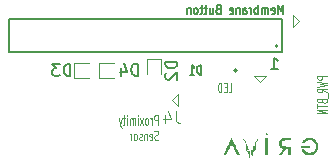
<source format=gbr>
%TF.GenerationSoftware,KiCad,Pcbnew,9.0.4-9.0.4-0~ubuntu22.04.1*%
%TF.CreationDate,2025-10-27T10:58:52+05:30*%
%TF.ProjectId,Pin_Socket,50696e5f-536f-4636-9b65-742e6b696361,rev?*%
%TF.SameCoordinates,Original*%
%TF.FileFunction,Legend,Bot*%
%TF.FilePolarity,Positive*%
%FSLAX46Y46*%
G04 Gerber Fmt 4.6, Leading zero omitted, Abs format (unit mm)*
G04 Created by KiCad (PCBNEW 9.0.4-9.0.4-0~ubuntu22.04.1) date 2025-10-27 10:58:52*
%MOMM*%
%LPD*%
G01*
G04 APERTURE LIST*
%ADD10C,0.150000*%
%ADD11C,0.125000*%
%ADD12C,0.100000*%
%ADD13C,0.120000*%
%ADD14C,0.000000*%
%ADD15C,0.200000*%
G04 APERTURE END LIST*
D10*
X159909411Y-69924019D02*
X160480839Y-69924019D01*
X160195125Y-69924019D02*
X160195125Y-68924019D01*
X160195125Y-68924019D02*
X160290363Y-69066876D01*
X160290363Y-69066876D02*
X160385601Y-69162114D01*
X160385601Y-69162114D02*
X160480839Y-69209733D01*
D11*
X150298716Y-74607640D02*
X150298716Y-73807640D01*
X150298716Y-73807640D02*
X150108240Y-73807640D01*
X150108240Y-73807640D02*
X150060621Y-73845735D01*
X150060621Y-73845735D02*
X150036811Y-73883830D01*
X150036811Y-73883830D02*
X150013002Y-73960021D01*
X150013002Y-73960021D02*
X150013002Y-74074306D01*
X150013002Y-74074306D02*
X150036811Y-74150497D01*
X150036811Y-74150497D02*
X150060621Y-74188592D01*
X150060621Y-74188592D02*
X150108240Y-74226687D01*
X150108240Y-74226687D02*
X150298716Y-74226687D01*
X149798716Y-74607640D02*
X149798716Y-74074306D01*
X149798716Y-74226687D02*
X149774906Y-74150497D01*
X149774906Y-74150497D02*
X149751097Y-74112402D01*
X149751097Y-74112402D02*
X149703478Y-74074306D01*
X149703478Y-74074306D02*
X149655859Y-74074306D01*
X149417763Y-74607640D02*
X149465382Y-74569545D01*
X149465382Y-74569545D02*
X149489192Y-74531449D01*
X149489192Y-74531449D02*
X149513001Y-74455259D01*
X149513001Y-74455259D02*
X149513001Y-74226687D01*
X149513001Y-74226687D02*
X149489192Y-74150497D01*
X149489192Y-74150497D02*
X149465382Y-74112402D01*
X149465382Y-74112402D02*
X149417763Y-74074306D01*
X149417763Y-74074306D02*
X149346335Y-74074306D01*
X149346335Y-74074306D02*
X149298716Y-74112402D01*
X149298716Y-74112402D02*
X149274906Y-74150497D01*
X149274906Y-74150497D02*
X149251097Y-74226687D01*
X149251097Y-74226687D02*
X149251097Y-74455259D01*
X149251097Y-74455259D02*
X149274906Y-74531449D01*
X149274906Y-74531449D02*
X149298716Y-74569545D01*
X149298716Y-74569545D02*
X149346335Y-74607640D01*
X149346335Y-74607640D02*
X149417763Y-74607640D01*
X149084430Y-74607640D02*
X148822525Y-74074306D01*
X149084430Y-74074306D02*
X148822525Y-74607640D01*
X148632049Y-74607640D02*
X148632049Y-74074306D01*
X148632049Y-73807640D02*
X148655858Y-73845735D01*
X148655858Y-73845735D02*
X148632049Y-73883830D01*
X148632049Y-73883830D02*
X148608239Y-73845735D01*
X148608239Y-73845735D02*
X148632049Y-73807640D01*
X148632049Y-73807640D02*
X148632049Y-73883830D01*
X148393954Y-74607640D02*
X148393954Y-74074306D01*
X148393954Y-74150497D02*
X148370144Y-74112402D01*
X148370144Y-74112402D02*
X148322525Y-74074306D01*
X148322525Y-74074306D02*
X148251097Y-74074306D01*
X148251097Y-74074306D02*
X148203478Y-74112402D01*
X148203478Y-74112402D02*
X148179668Y-74188592D01*
X148179668Y-74188592D02*
X148179668Y-74607640D01*
X148179668Y-74188592D02*
X148155859Y-74112402D01*
X148155859Y-74112402D02*
X148108240Y-74074306D01*
X148108240Y-74074306D02*
X148036811Y-74074306D01*
X148036811Y-74074306D02*
X147989192Y-74112402D01*
X147989192Y-74112402D02*
X147965382Y-74188592D01*
X147965382Y-74188592D02*
X147965382Y-74607640D01*
X147727287Y-74607640D02*
X147727287Y-74074306D01*
X147727287Y-73807640D02*
X147751096Y-73845735D01*
X147751096Y-73845735D02*
X147727287Y-73883830D01*
X147727287Y-73883830D02*
X147703477Y-73845735D01*
X147703477Y-73845735D02*
X147727287Y-73807640D01*
X147727287Y-73807640D02*
X147727287Y-73883830D01*
X147560620Y-74074306D02*
X147370144Y-74074306D01*
X147489192Y-73807640D02*
X147489192Y-74493354D01*
X147489192Y-74493354D02*
X147465382Y-74569545D01*
X147465382Y-74569545D02*
X147417763Y-74607640D01*
X147417763Y-74607640D02*
X147370144Y-74607640D01*
X147251097Y-74074306D02*
X147132049Y-74607640D01*
X147013002Y-74074306D02*
X147132049Y-74607640D01*
X147132049Y-74607640D02*
X147179668Y-74798116D01*
X147179668Y-74798116D02*
X147203478Y-74836211D01*
X147203478Y-74836211D02*
X147251097Y-74874306D01*
X150322525Y-75857500D02*
X150251097Y-75895595D01*
X150251097Y-75895595D02*
X150132049Y-75895595D01*
X150132049Y-75895595D02*
X150084430Y-75857500D01*
X150084430Y-75857500D02*
X150060621Y-75819404D01*
X150060621Y-75819404D02*
X150036811Y-75743214D01*
X150036811Y-75743214D02*
X150036811Y-75667023D01*
X150036811Y-75667023D02*
X150060621Y-75590833D01*
X150060621Y-75590833D02*
X150084430Y-75552738D01*
X150084430Y-75552738D02*
X150132049Y-75514642D01*
X150132049Y-75514642D02*
X150227287Y-75476547D01*
X150227287Y-75476547D02*
X150274906Y-75438452D01*
X150274906Y-75438452D02*
X150298716Y-75400357D01*
X150298716Y-75400357D02*
X150322525Y-75324166D01*
X150322525Y-75324166D02*
X150322525Y-75247976D01*
X150322525Y-75247976D02*
X150298716Y-75171785D01*
X150298716Y-75171785D02*
X150274906Y-75133690D01*
X150274906Y-75133690D02*
X150227287Y-75095595D01*
X150227287Y-75095595D02*
X150108240Y-75095595D01*
X150108240Y-75095595D02*
X150036811Y-75133690D01*
X149632050Y-75857500D02*
X149679669Y-75895595D01*
X149679669Y-75895595D02*
X149774907Y-75895595D01*
X149774907Y-75895595D02*
X149822526Y-75857500D01*
X149822526Y-75857500D02*
X149846335Y-75781309D01*
X149846335Y-75781309D02*
X149846335Y-75476547D01*
X149846335Y-75476547D02*
X149822526Y-75400357D01*
X149822526Y-75400357D02*
X149774907Y-75362261D01*
X149774907Y-75362261D02*
X149679669Y-75362261D01*
X149679669Y-75362261D02*
X149632050Y-75400357D01*
X149632050Y-75400357D02*
X149608240Y-75476547D01*
X149608240Y-75476547D02*
X149608240Y-75552738D01*
X149608240Y-75552738D02*
X149846335Y-75628928D01*
X149393955Y-75362261D02*
X149393955Y-75895595D01*
X149393955Y-75438452D02*
X149370145Y-75400357D01*
X149370145Y-75400357D02*
X149322526Y-75362261D01*
X149322526Y-75362261D02*
X149251098Y-75362261D01*
X149251098Y-75362261D02*
X149203479Y-75400357D01*
X149203479Y-75400357D02*
X149179669Y-75476547D01*
X149179669Y-75476547D02*
X149179669Y-75895595D01*
X148965383Y-75857500D02*
X148917764Y-75895595D01*
X148917764Y-75895595D02*
X148822526Y-75895595D01*
X148822526Y-75895595D02*
X148774907Y-75857500D01*
X148774907Y-75857500D02*
X148751098Y-75781309D01*
X148751098Y-75781309D02*
X148751098Y-75743214D01*
X148751098Y-75743214D02*
X148774907Y-75667023D01*
X148774907Y-75667023D02*
X148822526Y-75628928D01*
X148822526Y-75628928D02*
X148893955Y-75628928D01*
X148893955Y-75628928D02*
X148941574Y-75590833D01*
X148941574Y-75590833D02*
X148965383Y-75514642D01*
X148965383Y-75514642D02*
X148965383Y-75476547D01*
X148965383Y-75476547D02*
X148941574Y-75400357D01*
X148941574Y-75400357D02*
X148893955Y-75362261D01*
X148893955Y-75362261D02*
X148822526Y-75362261D01*
X148822526Y-75362261D02*
X148774907Y-75400357D01*
X148465383Y-75895595D02*
X148513002Y-75857500D01*
X148513002Y-75857500D02*
X148536812Y-75819404D01*
X148536812Y-75819404D02*
X148560621Y-75743214D01*
X148560621Y-75743214D02*
X148560621Y-75514642D01*
X148560621Y-75514642D02*
X148536812Y-75438452D01*
X148536812Y-75438452D02*
X148513002Y-75400357D01*
X148513002Y-75400357D02*
X148465383Y-75362261D01*
X148465383Y-75362261D02*
X148393955Y-75362261D01*
X148393955Y-75362261D02*
X148346336Y-75400357D01*
X148346336Y-75400357D02*
X148322526Y-75438452D01*
X148322526Y-75438452D02*
X148298717Y-75514642D01*
X148298717Y-75514642D02*
X148298717Y-75743214D01*
X148298717Y-75743214D02*
X148322526Y-75819404D01*
X148322526Y-75819404D02*
X148346336Y-75857500D01*
X148346336Y-75857500D02*
X148393955Y-75895595D01*
X148393955Y-75895595D02*
X148465383Y-75895595D01*
X148084431Y-75895595D02*
X148084431Y-75362261D01*
X148084431Y-75514642D02*
X148060621Y-75438452D01*
X148060621Y-75438452D02*
X148036812Y-75400357D01*
X148036812Y-75400357D02*
X147989193Y-75362261D01*
X147989193Y-75362261D02*
X147941574Y-75362261D01*
D10*
X151954819Y-69261905D02*
X150954819Y-69261905D01*
X150954819Y-69261905D02*
X150954819Y-69500000D01*
X150954819Y-69500000D02*
X151002438Y-69642857D01*
X151002438Y-69642857D02*
X151097676Y-69738095D01*
X151097676Y-69738095D02*
X151192914Y-69785714D01*
X151192914Y-69785714D02*
X151383390Y-69833333D01*
X151383390Y-69833333D02*
X151526247Y-69833333D01*
X151526247Y-69833333D02*
X151716723Y-69785714D01*
X151716723Y-69785714D02*
X151811961Y-69738095D01*
X151811961Y-69738095D02*
X151907200Y-69642857D01*
X151907200Y-69642857D02*
X151954819Y-69500000D01*
X151954819Y-69500000D02*
X151954819Y-69261905D01*
X151050057Y-70214286D02*
X151002438Y-70261905D01*
X151002438Y-70261905D02*
X150954819Y-70357143D01*
X150954819Y-70357143D02*
X150954819Y-70595238D01*
X150954819Y-70595238D02*
X151002438Y-70690476D01*
X151002438Y-70690476D02*
X151050057Y-70738095D01*
X151050057Y-70738095D02*
X151145295Y-70785714D01*
X151145295Y-70785714D02*
X151240533Y-70785714D01*
X151240533Y-70785714D02*
X151383390Y-70738095D01*
X151383390Y-70738095D02*
X151954819Y-70166667D01*
X151954819Y-70166667D02*
X151954819Y-70785714D01*
X142909385Y-70460581D02*
X142909385Y-69460581D01*
X142909385Y-69460581D02*
X142671290Y-69460581D01*
X142671290Y-69460581D02*
X142528433Y-69508200D01*
X142528433Y-69508200D02*
X142433195Y-69603438D01*
X142433195Y-69603438D02*
X142385576Y-69698676D01*
X142385576Y-69698676D02*
X142337957Y-69889152D01*
X142337957Y-69889152D02*
X142337957Y-70032009D01*
X142337957Y-70032009D02*
X142385576Y-70222485D01*
X142385576Y-70222485D02*
X142433195Y-70317723D01*
X142433195Y-70317723D02*
X142528433Y-70412962D01*
X142528433Y-70412962D02*
X142671290Y-70460581D01*
X142671290Y-70460581D02*
X142909385Y-70460581D01*
X142004623Y-69460581D02*
X141385576Y-69460581D01*
X141385576Y-69460581D02*
X141718909Y-69841533D01*
X141718909Y-69841533D02*
X141576052Y-69841533D01*
X141576052Y-69841533D02*
X141480814Y-69889152D01*
X141480814Y-69889152D02*
X141433195Y-69936771D01*
X141433195Y-69936771D02*
X141385576Y-70032009D01*
X141385576Y-70032009D02*
X141385576Y-70270104D01*
X141385576Y-70270104D02*
X141433195Y-70365342D01*
X141433195Y-70365342D02*
X141480814Y-70412962D01*
X141480814Y-70412962D02*
X141576052Y-70460581D01*
X141576052Y-70460581D02*
X141861766Y-70460581D01*
X141861766Y-70460581D02*
X141957004Y-70412962D01*
X141957004Y-70412962D02*
X142004623Y-70365342D01*
X160933255Y-65233464D02*
X160933255Y-64433464D01*
X160933255Y-64433464D02*
X160719921Y-65004892D01*
X160719921Y-65004892D02*
X160506588Y-64433464D01*
X160506588Y-64433464D02*
X160506588Y-65233464D01*
X159958016Y-65195369D02*
X160018968Y-65233464D01*
X160018968Y-65233464D02*
X160140873Y-65233464D01*
X160140873Y-65233464D02*
X160201826Y-65195369D01*
X160201826Y-65195369D02*
X160232302Y-65119178D01*
X160232302Y-65119178D02*
X160232302Y-64814416D01*
X160232302Y-64814416D02*
X160201826Y-64738226D01*
X160201826Y-64738226D02*
X160140873Y-64700130D01*
X160140873Y-64700130D02*
X160018968Y-64700130D01*
X160018968Y-64700130D02*
X159958016Y-64738226D01*
X159958016Y-64738226D02*
X159927540Y-64814416D01*
X159927540Y-64814416D02*
X159927540Y-64890607D01*
X159927540Y-64890607D02*
X160232302Y-64966797D01*
X159653255Y-65233464D02*
X159653255Y-64700130D01*
X159653255Y-64776321D02*
X159622778Y-64738226D01*
X159622778Y-64738226D02*
X159561826Y-64700130D01*
X159561826Y-64700130D02*
X159470397Y-64700130D01*
X159470397Y-64700130D02*
X159409445Y-64738226D01*
X159409445Y-64738226D02*
X159378969Y-64814416D01*
X159378969Y-64814416D02*
X159378969Y-65233464D01*
X159378969Y-64814416D02*
X159348493Y-64738226D01*
X159348493Y-64738226D02*
X159287540Y-64700130D01*
X159287540Y-64700130D02*
X159196112Y-64700130D01*
X159196112Y-64700130D02*
X159135159Y-64738226D01*
X159135159Y-64738226D02*
X159104683Y-64814416D01*
X159104683Y-64814416D02*
X159104683Y-65233464D01*
X158799922Y-65233464D02*
X158799922Y-64433464D01*
X158799922Y-64738226D02*
X158738969Y-64700130D01*
X158738969Y-64700130D02*
X158617064Y-64700130D01*
X158617064Y-64700130D02*
X158556112Y-64738226D01*
X158556112Y-64738226D02*
X158525636Y-64776321D01*
X158525636Y-64776321D02*
X158495160Y-64852511D01*
X158495160Y-64852511D02*
X158495160Y-65081083D01*
X158495160Y-65081083D02*
X158525636Y-65157273D01*
X158525636Y-65157273D02*
X158556112Y-65195369D01*
X158556112Y-65195369D02*
X158617064Y-65233464D01*
X158617064Y-65233464D02*
X158738969Y-65233464D01*
X158738969Y-65233464D02*
X158799922Y-65195369D01*
X158220874Y-65233464D02*
X158220874Y-64700130D01*
X158220874Y-64852511D02*
X158190397Y-64776321D01*
X158190397Y-64776321D02*
X158159921Y-64738226D01*
X158159921Y-64738226D02*
X158098969Y-64700130D01*
X158098969Y-64700130D02*
X158038016Y-64700130D01*
X157550398Y-65233464D02*
X157550398Y-64814416D01*
X157550398Y-64814416D02*
X157580874Y-64738226D01*
X157580874Y-64738226D02*
X157641826Y-64700130D01*
X157641826Y-64700130D02*
X157763731Y-64700130D01*
X157763731Y-64700130D02*
X157824684Y-64738226D01*
X157550398Y-65195369D02*
X157611350Y-65233464D01*
X157611350Y-65233464D02*
X157763731Y-65233464D01*
X157763731Y-65233464D02*
X157824684Y-65195369D01*
X157824684Y-65195369D02*
X157855160Y-65119178D01*
X157855160Y-65119178D02*
X157855160Y-65042988D01*
X157855160Y-65042988D02*
X157824684Y-64966797D01*
X157824684Y-64966797D02*
X157763731Y-64928702D01*
X157763731Y-64928702D02*
X157611350Y-64928702D01*
X157611350Y-64928702D02*
X157550398Y-64890607D01*
X157245636Y-64700130D02*
X157245636Y-65233464D01*
X157245636Y-64776321D02*
X157215159Y-64738226D01*
X157215159Y-64738226D02*
X157154207Y-64700130D01*
X157154207Y-64700130D02*
X157062778Y-64700130D01*
X157062778Y-64700130D02*
X157001826Y-64738226D01*
X157001826Y-64738226D02*
X156971350Y-64814416D01*
X156971350Y-64814416D02*
X156971350Y-65233464D01*
X156422778Y-65195369D02*
X156483730Y-65233464D01*
X156483730Y-65233464D02*
X156605635Y-65233464D01*
X156605635Y-65233464D02*
X156666588Y-65195369D01*
X156666588Y-65195369D02*
X156697064Y-65119178D01*
X156697064Y-65119178D02*
X156697064Y-64814416D01*
X156697064Y-64814416D02*
X156666588Y-64738226D01*
X156666588Y-64738226D02*
X156605635Y-64700130D01*
X156605635Y-64700130D02*
X156483730Y-64700130D01*
X156483730Y-64700130D02*
X156422778Y-64738226D01*
X156422778Y-64738226D02*
X156392302Y-64814416D01*
X156392302Y-64814416D02*
X156392302Y-64890607D01*
X156392302Y-64890607D02*
X156697064Y-64966797D01*
X155417064Y-64814416D02*
X155325636Y-64852511D01*
X155325636Y-64852511D02*
X155295159Y-64890607D01*
X155295159Y-64890607D02*
X155264683Y-64966797D01*
X155264683Y-64966797D02*
X155264683Y-65081083D01*
X155264683Y-65081083D02*
X155295159Y-65157273D01*
X155295159Y-65157273D02*
X155325636Y-65195369D01*
X155325636Y-65195369D02*
X155386588Y-65233464D01*
X155386588Y-65233464D02*
X155630398Y-65233464D01*
X155630398Y-65233464D02*
X155630398Y-64433464D01*
X155630398Y-64433464D02*
X155417064Y-64433464D01*
X155417064Y-64433464D02*
X155356112Y-64471559D01*
X155356112Y-64471559D02*
X155325636Y-64509654D01*
X155325636Y-64509654D02*
X155295159Y-64585845D01*
X155295159Y-64585845D02*
X155295159Y-64662035D01*
X155295159Y-64662035D02*
X155325636Y-64738226D01*
X155325636Y-64738226D02*
X155356112Y-64776321D01*
X155356112Y-64776321D02*
X155417064Y-64814416D01*
X155417064Y-64814416D02*
X155630398Y-64814416D01*
X154716112Y-64700130D02*
X154716112Y-65233464D01*
X154990398Y-64700130D02*
X154990398Y-65119178D01*
X154990398Y-65119178D02*
X154959921Y-65195369D01*
X154959921Y-65195369D02*
X154898969Y-65233464D01*
X154898969Y-65233464D02*
X154807540Y-65233464D01*
X154807540Y-65233464D02*
X154746588Y-65195369D01*
X154746588Y-65195369D02*
X154716112Y-65157273D01*
X154502778Y-64700130D02*
X154258969Y-64700130D01*
X154411350Y-64433464D02*
X154411350Y-65119178D01*
X154411350Y-65119178D02*
X154380873Y-65195369D01*
X154380873Y-65195369D02*
X154319921Y-65233464D01*
X154319921Y-65233464D02*
X154258969Y-65233464D01*
X154137064Y-64700130D02*
X153893255Y-64700130D01*
X154045636Y-64433464D02*
X154045636Y-65119178D01*
X154045636Y-65119178D02*
X154015159Y-65195369D01*
X154015159Y-65195369D02*
X153954207Y-65233464D01*
X153954207Y-65233464D02*
X153893255Y-65233464D01*
X153588493Y-65233464D02*
X153649445Y-65195369D01*
X153649445Y-65195369D02*
X153679922Y-65157273D01*
X153679922Y-65157273D02*
X153710398Y-65081083D01*
X153710398Y-65081083D02*
X153710398Y-64852511D01*
X153710398Y-64852511D02*
X153679922Y-64776321D01*
X153679922Y-64776321D02*
X153649445Y-64738226D01*
X153649445Y-64738226D02*
X153588493Y-64700130D01*
X153588493Y-64700130D02*
X153497064Y-64700130D01*
X153497064Y-64700130D02*
X153436112Y-64738226D01*
X153436112Y-64738226D02*
X153405636Y-64776321D01*
X153405636Y-64776321D02*
X153375160Y-64852511D01*
X153375160Y-64852511D02*
X153375160Y-65081083D01*
X153375160Y-65081083D02*
X153405636Y-65157273D01*
X153405636Y-65157273D02*
X153436112Y-65195369D01*
X153436112Y-65195369D02*
X153497064Y-65233464D01*
X153497064Y-65233464D02*
X153588493Y-65233464D01*
X153100874Y-64700130D02*
X153100874Y-65233464D01*
X153100874Y-64776321D02*
X153070397Y-64738226D01*
X153070397Y-64738226D02*
X153009445Y-64700130D01*
X153009445Y-64700130D02*
X152918016Y-64700130D01*
X152918016Y-64700130D02*
X152857064Y-64738226D01*
X152857064Y-64738226D02*
X152826588Y-64814416D01*
X152826588Y-64814416D02*
X152826588Y-65233464D01*
X154015681Y-70355195D02*
X154015681Y-69555195D01*
X154015681Y-69555195D02*
X153863300Y-69555195D01*
X153863300Y-69555195D02*
X153771871Y-69593290D01*
X153771871Y-69593290D02*
X153710919Y-69669480D01*
X153710919Y-69669480D02*
X153680442Y-69745671D01*
X153680442Y-69745671D02*
X153649966Y-69898052D01*
X153649966Y-69898052D02*
X153649966Y-70012338D01*
X153649966Y-70012338D02*
X153680442Y-70164719D01*
X153680442Y-70164719D02*
X153710919Y-70240909D01*
X153710919Y-70240909D02*
X153771871Y-70317100D01*
X153771871Y-70317100D02*
X153863300Y-70355195D01*
X153863300Y-70355195D02*
X154015681Y-70355195D01*
X153040442Y-70355195D02*
X153406157Y-70355195D01*
X153223300Y-70355195D02*
X153223300Y-69555195D01*
X153223300Y-69555195D02*
X153284252Y-69669480D01*
X153284252Y-69669480D02*
X153345204Y-69745671D01*
X153345204Y-69745671D02*
X153406157Y-69783766D01*
D11*
X164633645Y-70494653D02*
X163833645Y-70494653D01*
X163833645Y-70494653D02*
X163833645Y-70685129D01*
X163833645Y-70685129D02*
X163871740Y-70732748D01*
X163871740Y-70732748D02*
X163909835Y-70756558D01*
X163909835Y-70756558D02*
X163986026Y-70780367D01*
X163986026Y-70780367D02*
X164100311Y-70780367D01*
X164100311Y-70780367D02*
X164176502Y-70756558D01*
X164176502Y-70756558D02*
X164214597Y-70732748D01*
X164214597Y-70732748D02*
X164252692Y-70685129D01*
X164252692Y-70685129D02*
X164252692Y-70494653D01*
X163833645Y-70947034D02*
X164633645Y-71066082D01*
X164633645Y-71066082D02*
X164062216Y-71161320D01*
X164062216Y-71161320D02*
X164633645Y-71256558D01*
X164633645Y-71256558D02*
X163833645Y-71375606D01*
X164633645Y-71851796D02*
X164252692Y-71685130D01*
X164633645Y-71566082D02*
X163833645Y-71566082D01*
X163833645Y-71566082D02*
X163833645Y-71756558D01*
X163833645Y-71756558D02*
X163871740Y-71804177D01*
X163871740Y-71804177D02*
X163909835Y-71827987D01*
X163909835Y-71827987D02*
X163986026Y-71851796D01*
X163986026Y-71851796D02*
X164100311Y-71851796D01*
X164100311Y-71851796D02*
X164176502Y-71827987D01*
X164176502Y-71827987D02*
X164214597Y-71804177D01*
X164214597Y-71804177D02*
X164252692Y-71756558D01*
X164252692Y-71756558D02*
X164252692Y-71566082D01*
X164709835Y-71947035D02*
X164709835Y-72327987D01*
X164214597Y-72613701D02*
X164252692Y-72685129D01*
X164252692Y-72685129D02*
X164290788Y-72708939D01*
X164290788Y-72708939D02*
X164366978Y-72732748D01*
X164366978Y-72732748D02*
X164481264Y-72732748D01*
X164481264Y-72732748D02*
X164557454Y-72708939D01*
X164557454Y-72708939D02*
X164595550Y-72685129D01*
X164595550Y-72685129D02*
X164633645Y-72637510D01*
X164633645Y-72637510D02*
X164633645Y-72447034D01*
X164633645Y-72447034D02*
X163833645Y-72447034D01*
X163833645Y-72447034D02*
X163833645Y-72613701D01*
X163833645Y-72613701D02*
X163871740Y-72661320D01*
X163871740Y-72661320D02*
X163909835Y-72685129D01*
X163909835Y-72685129D02*
X163986026Y-72708939D01*
X163986026Y-72708939D02*
X164062216Y-72708939D01*
X164062216Y-72708939D02*
X164138407Y-72685129D01*
X164138407Y-72685129D02*
X164176502Y-72661320D01*
X164176502Y-72661320D02*
X164214597Y-72613701D01*
X164214597Y-72613701D02*
X164214597Y-72447034D01*
X163833645Y-72875606D02*
X163833645Y-73161320D01*
X164633645Y-73018463D02*
X163833645Y-73018463D01*
X164633645Y-73327986D02*
X163833645Y-73327986D01*
X163833645Y-73327986D02*
X164633645Y-73613700D01*
X164633645Y-73613700D02*
X163833645Y-73613700D01*
D10*
X148653448Y-70440863D02*
X148653448Y-69440863D01*
X148653448Y-69440863D02*
X148415353Y-69440863D01*
X148415353Y-69440863D02*
X148272496Y-69488482D01*
X148272496Y-69488482D02*
X148177258Y-69583720D01*
X148177258Y-69583720D02*
X148129639Y-69678958D01*
X148129639Y-69678958D02*
X148082020Y-69869434D01*
X148082020Y-69869434D02*
X148082020Y-70012291D01*
X148082020Y-70012291D02*
X148129639Y-70202767D01*
X148129639Y-70202767D02*
X148177258Y-70298005D01*
X148177258Y-70298005D02*
X148272496Y-70393244D01*
X148272496Y-70393244D02*
X148415353Y-70440863D01*
X148415353Y-70440863D02*
X148653448Y-70440863D01*
X147224877Y-69774196D02*
X147224877Y-70440863D01*
X147462972Y-69393244D02*
X147701067Y-70107529D01*
X147701067Y-70107529D02*
X147082020Y-70107529D01*
D11*
X156321428Y-71863595D02*
X156559523Y-71863595D01*
X156559523Y-71863595D02*
X156559523Y-71063595D01*
X156154761Y-71444547D02*
X155988094Y-71444547D01*
X155916666Y-71863595D02*
X156154761Y-71863595D01*
X156154761Y-71863595D02*
X156154761Y-71063595D01*
X156154761Y-71063595D02*
X155916666Y-71063595D01*
X155702380Y-71863595D02*
X155702380Y-71063595D01*
X155702380Y-71063595D02*
X155583332Y-71063595D01*
X155583332Y-71063595D02*
X155511904Y-71101690D01*
X155511904Y-71101690D02*
X155464285Y-71177880D01*
X155464285Y-71177880D02*
X155440475Y-71254071D01*
X155440475Y-71254071D02*
X155416666Y-71406452D01*
X155416666Y-71406452D02*
X155416666Y-71520738D01*
X155416666Y-71520738D02*
X155440475Y-71673119D01*
X155440475Y-71673119D02*
X155464285Y-71749309D01*
X155464285Y-71749309D02*
X155511904Y-71825500D01*
X155511904Y-71825500D02*
X155583332Y-71863595D01*
X155583332Y-71863595D02*
X155702380Y-71863595D01*
D12*
X151833333Y-73457419D02*
X151833333Y-74171704D01*
X151833333Y-74171704D02*
X151880952Y-74314561D01*
X151880952Y-74314561D02*
X151976190Y-74409800D01*
X151976190Y-74409800D02*
X152119047Y-74457419D01*
X152119047Y-74457419D02*
X152214285Y-74457419D01*
X150928571Y-73790752D02*
X150928571Y-74457419D01*
X151166666Y-73409800D02*
X151404761Y-74124085D01*
X151404761Y-74124085D02*
X150785714Y-74124085D01*
D13*
%TO.C,D2*%
X149390000Y-69040000D02*
X149390000Y-70350000D01*
X149390000Y-69040000D02*
X150610000Y-69040000D01*
X150610000Y-69040000D02*
X150610000Y-70350000D01*
%TO.C,D3*%
X143190000Y-69390000D02*
X144500000Y-69390000D01*
X143190000Y-70610000D02*
X143190000Y-69390000D01*
X143190000Y-70610000D02*
X144500000Y-70610000D01*
D14*
%TO.C,G\u002A\u002A\u002A*%
G36*
X159658157Y-76437846D02*
G01*
X159658157Y-77173328D01*
X159544209Y-77173328D01*
X159430261Y-77173328D01*
X159430261Y-76437846D01*
X159430261Y-75702365D01*
X159544209Y-75702365D01*
X159658157Y-75702365D01*
X159658157Y-76437846D01*
G37*
G36*
X159599691Y-75314192D02*
G01*
X159642962Y-75348893D01*
X159658157Y-75412316D01*
X159652440Y-75452303D01*
X159633296Y-75491044D01*
X159619044Y-75501954D01*
X159567767Y-75512795D01*
X159512774Y-75497993D01*
X159468900Y-75463663D01*
X159450979Y-75415916D01*
X159451023Y-75413728D01*
X159470187Y-75365560D01*
X159513204Y-75325477D01*
X159563994Y-75308727D01*
X159599691Y-75314192D01*
G37*
G36*
X163238534Y-76455563D02*
G01*
X163239366Y-76467413D01*
X163239661Y-76525650D01*
X163234005Y-76564332D01*
X163227337Y-76572181D01*
X163203961Y-76580784D01*
X163159630Y-76586806D01*
X163089228Y-76590631D01*
X162987637Y-76592644D01*
X162849740Y-76593230D01*
X162476565Y-76593230D01*
X162464193Y-76543939D01*
X162457850Y-76498371D01*
X162458619Y-76435170D01*
X162465416Y-76375693D01*
X162848695Y-76375693D01*
X163231974Y-76375693D01*
X163238534Y-76455563D01*
G37*
G36*
X156573021Y-75699167D02*
G01*
X156590988Y-75730358D01*
X156623144Y-75792036D01*
X156667174Y-75879385D01*
X156720761Y-75987587D01*
X156781587Y-76111825D01*
X156847336Y-76247281D01*
X156915690Y-76389140D01*
X156984334Y-76532582D01*
X157050950Y-76672792D01*
X157113221Y-76804951D01*
X157168831Y-76924244D01*
X157215463Y-77025852D01*
X157250800Y-77104959D01*
X157272525Y-77156747D01*
X157263723Y-77164328D01*
X157223847Y-77169667D01*
X157161788Y-77169244D01*
X157043780Y-77162969D01*
X156813768Y-76657228D01*
X156754674Y-76528378D01*
X156689803Y-76390607D01*
X156639272Y-76288484D01*
X156602288Y-76220480D01*
X156578054Y-76185067D01*
X156565777Y-76180719D01*
X156556576Y-76198786D01*
X156531715Y-76251226D01*
X156494400Y-76331674D01*
X156447147Y-76434669D01*
X156392468Y-76554751D01*
X156332880Y-76686460D01*
X156117961Y-77162969D01*
X156002741Y-77169182D01*
X155954538Y-77170719D01*
X155906227Y-77169145D01*
X155887521Y-77163886D01*
X155887535Y-77163714D01*
X155896632Y-77140819D01*
X155920977Y-77085621D01*
X155958252Y-77003106D01*
X156006139Y-76898258D01*
X156062319Y-76776060D01*
X156124473Y-76641497D01*
X156190283Y-76499552D01*
X156257430Y-76355211D01*
X156323596Y-76213458D01*
X156386463Y-76079276D01*
X156443712Y-75957649D01*
X156493024Y-75853563D01*
X156532082Y-75772000D01*
X156558566Y-75717946D01*
X156570157Y-75696384D01*
X156573021Y-75699167D01*
G37*
G36*
X161595269Y-75816313D02*
G01*
X161595269Y-75919902D01*
X161274144Y-75930261D01*
X161147082Y-75935711D01*
X161030963Y-75944210D01*
X160949719Y-75954792D01*
X160906618Y-75967131D01*
X160878739Y-75987500D01*
X160829656Y-76054965D01*
X160802847Y-76141491D01*
X160801135Y-76234461D01*
X160827345Y-76321257D01*
X160850204Y-76361763D01*
X160875481Y-76392211D01*
X160909315Y-76413681D01*
X160958280Y-76428094D01*
X161028953Y-76437371D01*
X161127906Y-76443435D01*
X161261716Y-76448205D01*
X161595269Y-76458564D01*
X161600938Y-76815946D01*
X161606607Y-77173328D01*
X161492170Y-77173328D01*
X161377733Y-77173328D01*
X161377733Y-76924714D01*
X161377733Y-76676101D01*
X161265423Y-76676101D01*
X161153113Y-76676101D01*
X160982848Y-76916113D01*
X160960894Y-76946846D01*
X160899659Y-77030279D01*
X160846933Y-77098874D01*
X160807739Y-77146219D01*
X160787101Y-77165903D01*
X160772090Y-77168851D01*
X160721949Y-77171187D01*
X160656162Y-77169325D01*
X160550706Y-77162969D01*
X160725965Y-76920820D01*
X160799046Y-76818691D01*
X160851956Y-76741212D01*
X160883937Y-76688282D01*
X160897201Y-76655687D01*
X160893964Y-76639219D01*
X160876440Y-76634665D01*
X160861214Y-76632437D01*
X160808230Y-76605721D01*
X160747342Y-76555942D01*
X160688594Y-76492153D01*
X160642029Y-76423405D01*
X160622273Y-76382514D01*
X160587492Y-76258750D01*
X160583422Y-76131516D01*
X160608561Y-76009995D01*
X160661411Y-75903370D01*
X160740470Y-75820824D01*
X160760855Y-75806147D01*
X160817007Y-75770780D01*
X160874141Y-75745515D01*
X160940341Y-75728713D01*
X161023686Y-75718739D01*
X161132260Y-75713955D01*
X161274144Y-75712724D01*
X161595269Y-75712724D01*
X161595269Y-75816313D01*
G37*
G36*
X163261168Y-75699654D02*
G01*
X163416171Y-75728622D01*
X163553980Y-75790464D01*
X163683454Y-75888489D01*
X163748639Y-75954297D01*
X163840306Y-76084125D01*
X163896934Y-76230105D01*
X163921755Y-76399165D01*
X163922737Y-76479023D01*
X163898350Y-76654498D01*
X163837720Y-76811161D01*
X163742331Y-76946652D01*
X163613665Y-77058610D01*
X163453207Y-77144675D01*
X163390749Y-77166711D01*
X163230195Y-77194033D01*
X163065992Y-77183912D01*
X162905824Y-77137333D01*
X162757374Y-77055283D01*
X162732673Y-77035937D01*
X162663574Y-76967133D01*
X162596129Y-76882860D01*
X162540637Y-76796821D01*
X162507398Y-76722716D01*
X162502325Y-76699962D01*
X162509659Y-76683891D01*
X162540524Y-76677546D01*
X162603865Y-76676658D01*
X162658748Y-76678034D01*
X162702358Y-76687012D01*
X162732548Y-76711543D01*
X162764887Y-76759651D01*
X162778812Y-76780936D01*
X162866759Y-76875679D01*
X162972880Y-76939242D01*
X163090799Y-76972711D01*
X163214141Y-76977172D01*
X163336529Y-76953710D01*
X163451587Y-76903409D01*
X163552939Y-76827357D01*
X163634209Y-76726637D01*
X163689021Y-76602335D01*
X163697751Y-76569313D01*
X163714067Y-76420465D01*
X163690305Y-76281742D01*
X163626857Y-76154481D01*
X163524115Y-76040019D01*
X163437639Y-75977651D01*
X163309427Y-75924694D01*
X163175572Y-75908458D01*
X163042899Y-75928596D01*
X162918232Y-75984757D01*
X162808396Y-76076594D01*
X162731629Y-76160576D01*
X162634779Y-76136189D01*
X162602589Y-76126741D01*
X162556251Y-76106605D01*
X162538130Y-76088364D01*
X162538713Y-76083932D01*
X162557361Y-76046705D01*
X162596144Y-75992876D01*
X162646770Y-75932462D01*
X162700949Y-75875478D01*
X162750388Y-75831942D01*
X162779132Y-75811068D01*
X162896264Y-75745294D01*
X163021868Y-75708595D01*
X163169821Y-75696490D01*
X163261168Y-75699654D01*
G37*
G36*
X158862124Y-75788484D02*
G01*
X158868885Y-75810365D01*
X158843430Y-75850138D01*
X158787295Y-75904602D01*
X158735577Y-75952367D01*
X158687663Y-76010667D01*
X158654764Y-76076095D01*
X158633942Y-76157196D01*
X158622260Y-76262515D01*
X158616780Y-76400596D01*
X158616520Y-76412467D01*
X158613024Y-76524525D01*
X158607466Y-76605322D01*
X158598468Y-76664192D01*
X158584650Y-76710470D01*
X158564633Y-76753490D01*
X158550829Y-76777372D01*
X158507985Y-76835811D01*
X158466618Y-76875000D01*
X158441900Y-76894658D01*
X158420624Y-76933534D01*
X158415090Y-76996398D01*
X158405545Y-77071207D01*
X158373654Y-77121533D01*
X158361014Y-77134673D01*
X158343261Y-77168326D01*
X158334541Y-77220301D01*
X158332219Y-77302068D01*
X158330197Y-77371637D01*
X158323113Y-77420746D01*
X158311501Y-77432300D01*
X158301753Y-77410741D01*
X158293825Y-77358387D01*
X158290783Y-77288269D01*
X158287943Y-77210621D01*
X158278125Y-77164713D01*
X158259707Y-77145118D01*
X158246020Y-77133381D01*
X158235586Y-77101241D01*
X158230176Y-77042349D01*
X158228630Y-76949408D01*
X158229157Y-76867030D01*
X158232325Y-76808999D01*
X158240415Y-76774895D01*
X158255704Y-76755601D01*
X158280472Y-76742002D01*
X158300972Y-76730835D01*
X158361417Y-76669874D01*
X158400859Y-76581452D01*
X158415013Y-76474102D01*
X158416469Y-76432505D01*
X158426221Y-76380587D01*
X158443803Y-76364645D01*
X158467641Y-76387276D01*
X158475726Y-76410628D01*
X158480844Y-76471094D01*
X158477129Y-76545683D01*
X158465701Y-76618383D01*
X158447676Y-76673183D01*
X158446843Y-76674768D01*
X158405959Y-76730790D01*
X158353249Y-76779467D01*
X158322452Y-76803798D01*
X158301479Y-76833540D01*
X158292612Y-76877222D01*
X158290783Y-76948569D01*
X158294344Y-77012724D01*
X158306287Y-77058031D01*
X158322751Y-77065297D01*
X158339660Y-77033630D01*
X158352937Y-76962141D01*
X158358762Y-76923846D01*
X158382436Y-76863067D01*
X158430571Y-76811750D01*
X158451249Y-76792495D01*
X158501423Y-76720308D01*
X158534554Y-76623006D01*
X158551862Y-76495889D01*
X158554566Y-76334257D01*
X158553242Y-76245364D01*
X158555539Y-76173769D01*
X158563768Y-76120536D01*
X158579928Y-76073478D01*
X158606016Y-76020408D01*
X158635535Y-75972012D01*
X158688905Y-75903657D01*
X158747548Y-75843805D01*
X158802432Y-75801363D01*
X158844525Y-75785236D01*
X158862124Y-75788484D01*
G37*
G36*
X157548888Y-75786867D02*
G01*
X157587337Y-75808062D01*
X157638596Y-75846338D01*
X157690686Y-75892210D01*
X157731625Y-75936196D01*
X157767572Y-75986496D01*
X157803691Y-76057645D01*
X157825736Y-76139195D01*
X157836161Y-76241307D01*
X157837421Y-76374145D01*
X157836638Y-76476935D01*
X157839420Y-76551310D01*
X157847449Y-76606889D01*
X157862383Y-76655050D01*
X157885876Y-76707171D01*
X157909976Y-76750355D01*
X157951982Y-76807712D01*
X157990119Y-76841706D01*
X157995517Y-76844674D01*
X158025291Y-76868847D01*
X158038914Y-76905766D01*
X158042170Y-76969651D01*
X158043915Y-77018942D01*
X158053403Y-77058306D01*
X158073247Y-77069739D01*
X158091899Y-77059615D01*
X158101570Y-77023960D01*
X158104323Y-76954961D01*
X158103371Y-76905343D01*
X158094784Y-76853163D01*
X158070763Y-76811917D01*
X158023605Y-76763322D01*
X157961780Y-76689476D01*
X157919135Y-76598102D01*
X157913055Y-76571388D01*
X157905864Y-76498100D01*
X157910866Y-76431834D01*
X157926510Y-76383833D01*
X157951246Y-76365334D01*
X157951748Y-76365340D01*
X157968434Y-76377705D01*
X157977366Y-76418142D01*
X157980017Y-76493192D01*
X157980034Y-76507733D01*
X157982488Y-76574296D01*
X157994100Y-76619214D01*
X158021982Y-76659053D01*
X158073247Y-76710380D01*
X158166477Y-76799710D01*
X158166477Y-76967741D01*
X158166326Y-77009900D01*
X158164151Y-77078070D01*
X158157689Y-77117717D01*
X158144799Y-77137742D01*
X158123339Y-77147052D01*
X158102735Y-77154778D01*
X158089688Y-77172903D01*
X158087621Y-77210643D01*
X158094168Y-77278673D01*
X158098424Y-77331605D01*
X158098006Y-77391809D01*
X158090882Y-77426015D01*
X158089930Y-77427322D01*
X158079101Y-77419803D01*
X158068127Y-77375239D01*
X158058033Y-77297634D01*
X158049215Y-77229209D01*
X158032125Y-77155725D01*
X158011228Y-77119249D01*
X158009775Y-77118113D01*
X157988036Y-77077662D01*
X157980017Y-77009848D01*
X157976116Y-76956571D01*
X157955760Y-76909335D01*
X157909240Y-76861305D01*
X157867930Y-76818690D01*
X157823427Y-76746199D01*
X157794033Y-76653732D01*
X157777815Y-76534491D01*
X157772839Y-76381673D01*
X157772155Y-76293507D01*
X157768468Y-76214095D01*
X157759965Y-76155468D01*
X157744854Y-76106274D01*
X157721346Y-76055163D01*
X157701346Y-76020225D01*
X157649915Y-75950398D01*
X157597040Y-75898010D01*
X157562995Y-75868102D01*
X157531417Y-75827825D01*
X157522625Y-75797323D01*
X157540918Y-75785236D01*
X157548888Y-75786867D01*
G37*
D15*
%TO.C,J3*%
X137740000Y-65684200D02*
X137740000Y-68424200D01*
X137740000Y-68424200D02*
X160800000Y-68424200D01*
X160800000Y-65684200D02*
X137740000Y-65684200D01*
X160800000Y-68424200D02*
X160800000Y-65684200D01*
X160470000Y-67954200D02*
G75*
G02*
X160270000Y-67954200I-100000J0D01*
G01*
X160270000Y-67954200D02*
G75*
G02*
X160470000Y-67954200I100000J0D01*
G01*
%TO.C,D1*%
X157000000Y-70000000D02*
G75*
G02*
X156800000Y-70000000I-100000J0D01*
G01*
X156800000Y-70000000D02*
G75*
G02*
X157000000Y-70000000I100000J0D01*
G01*
D12*
%TO.C,J5*%
X161782300Y-65314800D02*
X162282300Y-65814800D01*
X161782300Y-66314800D02*
X161782300Y-65314800D01*
X162282300Y-65814800D02*
X161782300Y-66314800D01*
D13*
%TO.C,D4*%
X145340000Y-69390000D02*
X146650000Y-69390000D01*
X145340000Y-70610000D02*
X145340000Y-69390000D01*
X145340000Y-70610000D02*
X146650000Y-70610000D01*
D12*
%TO.C,J2*%
X158500000Y-70500000D02*
X159500000Y-70500000D01*
X159000000Y-71000000D02*
X158500000Y-70500000D01*
X159500000Y-70500000D02*
X159000000Y-71000000D01*
%TO.C,J4*%
X151500000Y-72500000D02*
X152000000Y-72000000D01*
X152000000Y-72000000D02*
X152000000Y-73000000D01*
X152000000Y-73000000D02*
X151500000Y-72500000D01*
%TD*%
M02*

</source>
